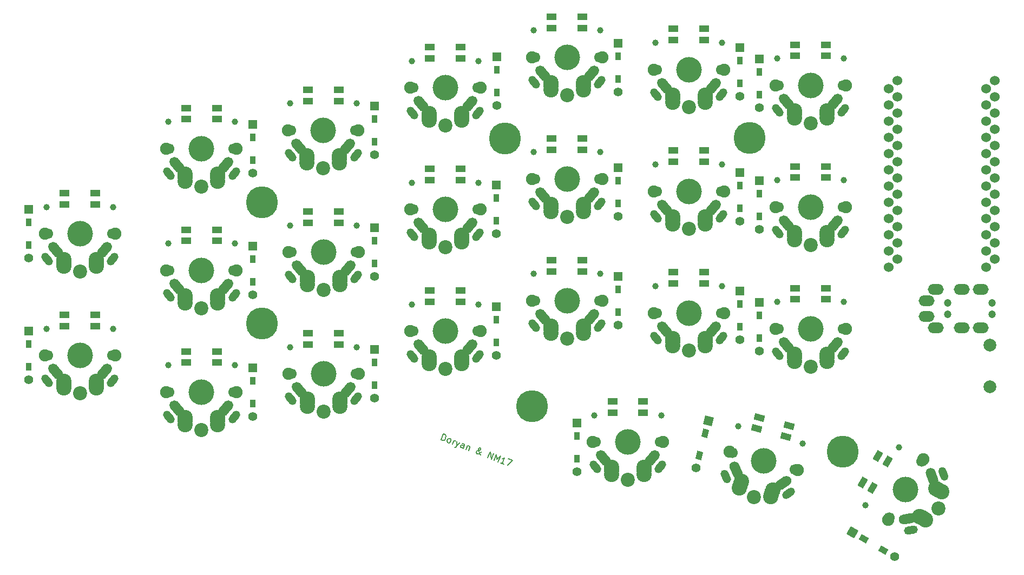
<source format=gts>
%TF.GenerationSoftware,KiCad,Pcbnew,(6.0.0)*%
%TF.CreationDate,2022-01-01T14:12:31+04:00*%
%TF.ProjectId,Angel Wings FINAL,416e6765-6c20-4576-996e-67732046494e,rev?*%
%TF.SameCoordinates,Original*%
%TF.FileFunction,Soldermask,Top*%
%TF.FilePolarity,Negative*%
%FSLAX46Y46*%
G04 Gerber Fmt 4.6, Leading zero omitted, Abs format (unit mm)*
G04 Created by KiCad (PCBNEW (6.0.0)) date 2022-01-01 14:12:31*
%MOMM*%
%LPD*%
G01*
G04 APERTURE LIST*
G04 Aperture macros list*
%AMHorizOval*
0 Thick line with rounded ends*
0 $1 width*
0 $2 $3 position (X,Y) of the first rounded end (center of the circle)*
0 $4 $5 position (X,Y) of the second rounded end (center of the circle)*
0 Add line between two ends*
20,1,$1,$2,$3,$4,$5,0*
0 Add two circle primitives to create the rounded ends*
1,1,$1,$2,$3*
1,1,$1,$4,$5*%
%AMRotRect*
0 Rectangle, with rotation*
0 The origin of the aperture is its center*
0 $1 length*
0 $2 width*
0 $3 Rotation angle, in degrees counterclockwise*
0 Add horizontal line*
21,1,$1,$2,0,0,$3*%
G04 Aperture macros list end*
%ADD10C,0.150000*%
%ADD11R,1.600000X1.000000*%
%ADD12R,0.950000X1.300000*%
%ADD13R,1.397000X1.397000*%
%ADD14C,1.397000*%
%ADD15RotRect,1.600000X1.000000X345.000000*%
%ADD16C,5.000000*%
%ADD17RotRect,1.397000X1.397000X330.000000*%
%ADD18RotRect,1.300000X0.950000X330.000000*%
%ADD19C,2.000000*%
%ADD20RotRect,1.600000X1.000000X60.000000*%
%ADD21RotRect,1.300000X0.950000X255.000000*%
%ADD22RotRect,1.397000X1.397000X255.000000*%
%ADD23C,1.524000*%
%ADD24C,1.200000*%
%ADD25O,2.500000X1.700000*%
%ADD26C,1.900000*%
%ADD27C,4.000000*%
%ADD28C,1.000000*%
%ADD29C,1.700000*%
%ADD30HorizOval,1.550000X0.401742X-0.478777X-0.401742X0.478777X0*%
%ADD31C,2.400000*%
%ADD32HorizOval,1.250000X0.305324X-0.363871X-0.305324X0.363871X0*%
%ADD33HorizOval,1.250000X0.305324X0.363871X-0.305324X-0.363871X0*%
%ADD34C,2.200000*%
%ADD35HorizOval,1.550000X0.401742X0.478777X-0.401742X-0.478777X0*%
%ADD36HorizOval,1.250000X-0.162460X0.446354X0.162460X-0.446354X0*%
%ADD37HorizOval,1.250000X0.467784X0.082483X-0.467784X-0.082483X0*%
%ADD38HorizOval,1.550000X0.615504X0.108530X-0.615504X-0.108530X0*%
%ADD39HorizOval,1.550000X-0.213762X0.587307X0.213762X-0.587307X0*%
%ADD40HorizOval,1.250000X0.389097X0.272449X-0.389097X-0.272449X0*%
%ADD41HorizOval,1.250000X0.200744X-0.430496X-0.200744X0.430496X0*%
%ADD42HorizOval,1.550000X0.264136X-0.566441X-0.264136X0.566441X0*%
%ADD43HorizOval,1.550000X0.511969X0.358485X-0.511969X-0.358485X0*%
G04 APERTURE END LIST*
D10*
X126470907Y-130255984D02*
X126829275Y-129322404D01*
X127051556Y-129407729D01*
X127167860Y-129503381D01*
X127222642Y-129626424D01*
X127232968Y-129732401D01*
X127209163Y-129927291D01*
X127157968Y-130060660D01*
X127045251Y-130221420D01*
X126966665Y-130293267D01*
X126843622Y-130348049D01*
X126693188Y-130341310D01*
X126470907Y-130255984D01*
X127537856Y-130665547D02*
X127466009Y-130586961D01*
X127438618Y-130525440D01*
X127428292Y-130419462D01*
X127530683Y-130152725D01*
X127609269Y-130080877D01*
X127670791Y-130053486D01*
X127776768Y-130043160D01*
X127910137Y-130094356D01*
X127981984Y-130172942D01*
X128009375Y-130234464D01*
X128019701Y-130340441D01*
X127917310Y-130607179D01*
X127838724Y-130679026D01*
X127777203Y-130706417D01*
X127671225Y-130716743D01*
X127537856Y-130665547D01*
X128249156Y-130938590D02*
X128488068Y-130316203D01*
X128419807Y-130494028D02*
X128498394Y-130422180D01*
X128559915Y-130394789D01*
X128665893Y-130384463D01*
X128754805Y-130418594D01*
X128977086Y-130503919D02*
X128960455Y-131211632D01*
X129421648Y-130674571D02*
X128960455Y-131211632D01*
X128786217Y-131399783D01*
X128724696Y-131427174D01*
X128618718Y-131437500D01*
X129938492Y-131587065D02*
X130126208Y-131098047D01*
X130115882Y-130992069D01*
X130044035Y-130913483D01*
X129866210Y-130845222D01*
X129760233Y-130855548D01*
X129955557Y-131542609D02*
X129849579Y-131552935D01*
X129627298Y-131467609D01*
X129555451Y-131389023D01*
X129545125Y-131283045D01*
X129579255Y-131194133D01*
X129657842Y-131122285D01*
X129763819Y-131111959D01*
X129986100Y-131197285D01*
X130092078Y-131186959D01*
X130621966Y-131135329D02*
X130383054Y-131757716D01*
X130587836Y-131224242D02*
X130649357Y-131196851D01*
X130755334Y-131186525D01*
X130888703Y-131237720D01*
X130960550Y-131316307D01*
X130970876Y-131422284D01*
X130783160Y-131911303D01*
X132694777Y-132645104D02*
X132650321Y-132628039D01*
X132578473Y-132549452D01*
X132496300Y-132364888D01*
X132376410Y-132012825D01*
X132338693Y-131845326D01*
X132345432Y-131694892D01*
X132379562Y-131605980D01*
X132458149Y-131534133D01*
X132564126Y-131523807D01*
X132608583Y-131540872D01*
X132680430Y-131619458D01*
X132690756Y-131725436D01*
X132673691Y-131769892D01*
X132595104Y-131841739D01*
X132533583Y-131869131D01*
X132198585Y-131944565D01*
X132137064Y-131971956D01*
X132058477Y-132043803D01*
X132007282Y-132177172D01*
X132017608Y-132283149D01*
X132044999Y-132344670D01*
X132116846Y-132423257D01*
X132250215Y-132474452D01*
X132356192Y-132464126D01*
X132417714Y-132436735D01*
X132619343Y-132310106D01*
X132714994Y-132193802D01*
X132749125Y-132104890D01*
X133806182Y-133071732D02*
X134164550Y-132138152D01*
X134339657Y-133276514D01*
X134698025Y-132342934D01*
X134784219Y-133447165D02*
X135142587Y-132513585D01*
X135197803Y-133299884D01*
X135764974Y-132752497D01*
X135406606Y-133686077D01*
X136340186Y-134044445D02*
X135806712Y-133839664D01*
X136073449Y-133942054D02*
X136431817Y-133008474D01*
X136291709Y-133107712D01*
X136168666Y-133162494D01*
X136062689Y-133172820D01*
X137009747Y-133230321D02*
X137632134Y-133469233D01*
X136873661Y-134249227D01*
D11*
%TO.C,L12*%
X143779999Y-65775001D03*
X143779999Y-64025001D03*
X148579999Y-64025001D03*
X148579999Y-65775001D03*
%TD*%
D12*
%TO.C,D10*%
X135130336Y-92430497D03*
D13*
X135130336Y-90395497D03*
D14*
X135130336Y-98015497D03*
D12*
X135130336Y-95980497D03*
%TD*%
D11*
%TO.C,L22*%
X181880001Y-108245000D03*
X181880001Y-106495000D03*
X186680001Y-106495000D03*
X186680001Y-108245000D03*
%TD*%
%TO.C,L18*%
X162829997Y-105774997D03*
X162829997Y-104024997D03*
X167629997Y-104024997D03*
X167629997Y-105774997D03*
%TD*%
D12*
%TO.C,D2*%
X62010330Y-115292499D03*
D13*
X62010330Y-113257499D03*
D12*
X62010330Y-118842499D03*
D14*
X62010330Y-120877499D03*
%TD*%
D11*
%TO.C,L9*%
X124725002Y-70534996D03*
X124725002Y-68784996D03*
X129525002Y-68784996D03*
X129525002Y-70534996D03*
%TD*%
D12*
%TO.C,D15*%
X147750342Y-129620503D03*
D13*
X147750342Y-127585503D03*
D12*
X147750342Y-133170503D03*
D14*
X147750342Y-135205503D03*
%TD*%
D11*
%TO.C,L6*%
X105680006Y-77204927D03*
X105680006Y-75454927D03*
X110480006Y-75454927D03*
X110480006Y-77204927D03*
%TD*%
D13*
%TO.C,D11*%
X135130336Y-109445496D03*
D12*
X135130336Y-111480496D03*
X135130336Y-115030496D03*
D14*
X135130336Y-117065496D03*
%TD*%
D15*
%TO.C,L19*%
X175822390Y-128462834D03*
X176275324Y-126772464D03*
X180911768Y-128014796D03*
X180458834Y-129705166D03*
%TD*%
D12*
%TO.C,D17*%
X173240331Y-90435335D03*
D13*
X173240331Y-88400335D03*
D12*
X173240331Y-93985335D03*
D14*
X173240331Y-96020335D03*
%TD*%
D12*
%TO.C,D5*%
X97010340Y-120994997D03*
D13*
X97010340Y-118959997D03*
D12*
X97010340Y-124544997D03*
D14*
X97010340Y-126579997D03*
%TD*%
D11*
%TO.C,L20*%
X181880003Y-70144998D03*
X181880003Y-68394998D03*
X186680003Y-68394998D03*
X186680003Y-70144998D03*
%TD*%
D13*
%TO.C,D1*%
X62000332Y-94210000D03*
D12*
X62000332Y-96245000D03*
D14*
X62000332Y-101830000D03*
D12*
X62000332Y-99795000D03*
%TD*%
D13*
%TO.C,D12*%
X154190339Y-68185499D03*
D12*
X154190339Y-70220499D03*
D14*
X154190339Y-75805499D03*
D12*
X154190339Y-73770499D03*
%TD*%
D11*
%TO.C,L5*%
X86630001Y-118164994D03*
X86630001Y-116414994D03*
X91430001Y-116414994D03*
X91430001Y-118164994D03*
%TD*%
D16*
%TO.C,*%
X136499999Y-83050000D03*
%TD*%
D13*
%TO.C,D7*%
X116090339Y-97069994D03*
D12*
X116090339Y-99104994D03*
D14*
X116090339Y-104689994D03*
D12*
X116090339Y-102654994D03*
%TD*%
D13*
%TO.C,D8*%
X116090333Y-116119994D03*
D12*
X116090333Y-118154994D03*
D14*
X116090333Y-123739994D03*
D12*
X116090333Y-121704994D03*
%TD*%
D16*
%TO.C,*%
X98470337Y-112065503D03*
%TD*%
D11*
%TO.C,L7*%
X105679997Y-96254997D03*
X105679997Y-94504997D03*
X110479997Y-94504997D03*
X110479997Y-96254997D03*
%TD*%
D13*
%TO.C,D20*%
X176290333Y-70620501D03*
D12*
X176290333Y-72655501D03*
X176290333Y-76205501D03*
D14*
X176290333Y-78240501D03*
%TD*%
D11*
%TO.C,L2*%
X67579998Y-112444995D03*
X67579998Y-110694995D03*
X72379998Y-110694995D03*
X72379998Y-112444995D03*
%TD*%
%TO.C,L4*%
X86630004Y-99114997D03*
X86630004Y-97364997D03*
X91430004Y-97364997D03*
X91430004Y-99114997D03*
%TD*%
D17*
%TO.C,D23*%
X190866689Y-144754719D03*
D18*
X192629051Y-145772219D03*
D14*
X197465803Y-148564719D03*
D18*
X195703441Y-147547219D03*
%TD*%
D11*
%TO.C,L8*%
X105679999Y-115304996D03*
X105679999Y-113554996D03*
X110479999Y-113554996D03*
X110479999Y-115304996D03*
%TD*%
D16*
%TO.C,*%
X174740336Y-82955502D03*
%TD*%
D11*
%TO.C,L15*%
X153300003Y-125964997D03*
X153300003Y-124214997D03*
X158100003Y-124214997D03*
X158100003Y-125964997D03*
%TD*%
D19*
%TO.C,RSW1*%
X212380338Y-115445501D03*
X212380338Y-121945503D03*
%TD*%
D12*
%TO.C,D3*%
X97020335Y-82900502D03*
D13*
X97020335Y-80865502D03*
D14*
X97020335Y-88485502D03*
D12*
X97020335Y-86450502D03*
%TD*%
D11*
%TO.C,L11*%
X124724996Y-108634997D03*
X124724996Y-106884997D03*
X129524996Y-106884997D03*
X129524996Y-108634997D03*
%TD*%
D16*
%TO.C,*%
X98470336Y-93105502D03*
%TD*%
D11*
%TO.C,L1*%
X67580003Y-93394999D03*
X67580003Y-91644999D03*
X72380003Y-91644999D03*
X72380003Y-93394999D03*
%TD*%
D20*
%TO.C,L23*%
X193944786Y-137787874D03*
X192429242Y-136912874D03*
X194829242Y-132755952D03*
X196344786Y-133630952D03*
%TD*%
D13*
%TO.C,D9*%
X135170339Y-70265502D03*
D12*
X135170339Y-72300502D03*
D14*
X135170339Y-77885502D03*
D12*
X135170339Y-75850502D03*
%TD*%
D16*
%TO.C,*%
X140750338Y-125005501D03*
%TD*%
D13*
%TO.C,D13*%
X154190334Y-87620499D03*
D12*
X154190334Y-89655499D03*
X154190334Y-93205499D03*
D14*
X154190334Y-95240499D03*
%TD*%
D11*
%TO.C,L10*%
X124725000Y-89584996D03*
X124725000Y-87834996D03*
X129525000Y-87834996D03*
X129525000Y-89584996D03*
%TD*%
D12*
%TO.C,D6*%
X116090334Y-80044996D03*
D13*
X116090334Y-78009996D03*
D12*
X116090334Y-83594996D03*
D14*
X116090334Y-85629996D03*
%TD*%
D11*
%TO.C,L14*%
X143780001Y-103874996D03*
X143780001Y-102124996D03*
X148580001Y-102124996D03*
X148580001Y-103874996D03*
%TD*%
D13*
%TO.C,D4*%
X97010340Y-99909994D03*
D12*
X97010340Y-101944994D03*
D14*
X97010340Y-107529994D03*
D12*
X97010340Y-105494994D03*
%TD*%
D11*
%TO.C,L21*%
X181879997Y-89194994D03*
X181879997Y-87444994D03*
X186679997Y-87444994D03*
X186679997Y-89194994D03*
%TD*%
D12*
%TO.C,D14*%
X154190334Y-106714995D03*
D13*
X154190334Y-104679995D03*
D12*
X154190334Y-110264995D03*
D14*
X154190334Y-112299995D03*
%TD*%
D12*
%TO.C,D21*%
X176290331Y-91705501D03*
D13*
X176290331Y-89670501D03*
D14*
X176290331Y-97290501D03*
D12*
X176290331Y-95255501D03*
%TD*%
D13*
%TO.C,D16*%
X173240335Y-68835499D03*
D12*
X173240335Y-70870499D03*
D14*
X173240335Y-76455499D03*
D12*
X173240335Y-74420499D03*
%TD*%
D16*
%TO.C,*%
X189280336Y-132125503D03*
%TD*%
D12*
%TO.C,D18*%
X173240338Y-108970499D03*
D13*
X173240338Y-106935499D03*
D12*
X173240338Y-112520499D03*
D14*
X173240338Y-114555499D03*
%TD*%
D11*
%TO.C,L17*%
X162829995Y-86724995D03*
X162829995Y-84974995D03*
X167629995Y-84974995D03*
X167629995Y-86724995D03*
%TD*%
%TO.C,L13*%
X143780005Y-84825001D03*
X143780005Y-83075001D03*
X148580005Y-83075001D03*
X148580005Y-84825001D03*
%TD*%
D21*
%TO.C,D19*%
X167798997Y-129265116D03*
D22*
X168325694Y-127299457D03*
D21*
X166880189Y-132694152D03*
D14*
X166353492Y-134659811D03*
%TD*%
D23*
%TO.C,U1*%
X196533230Y-75290587D03*
X213079631Y-74020587D03*
X213079631Y-76560587D03*
X196533230Y-77830587D03*
X213079631Y-79100587D03*
X196533230Y-80370587D03*
X196533230Y-82910587D03*
X213079631Y-81640587D03*
X213079631Y-84180587D03*
X196533230Y-85450587D03*
X213079631Y-86720587D03*
X196533230Y-87990587D03*
X196533230Y-90530587D03*
X213079631Y-89260587D03*
X213079631Y-91800587D03*
X196533230Y-93070587D03*
X196533230Y-95610587D03*
X213079631Y-94340587D03*
X213079631Y-96880587D03*
X196533230Y-98150587D03*
X213079631Y-99420587D03*
X196533230Y-100690587D03*
X196533230Y-103230587D03*
X213079631Y-101960587D03*
X211773230Y-103230587D03*
X197859631Y-101960587D03*
X211773230Y-100690587D03*
X197859631Y-99420587D03*
X197859631Y-96880587D03*
X211773230Y-98150587D03*
X211773230Y-95610587D03*
X197859631Y-94340587D03*
X197859631Y-91800587D03*
X211773230Y-93070587D03*
X197859631Y-89260587D03*
X211773230Y-90530587D03*
X197859631Y-86720587D03*
X211773230Y-87990587D03*
X211773230Y-85450587D03*
X197859631Y-84180587D03*
X197859631Y-81640587D03*
X211773230Y-82910587D03*
X211773230Y-80370587D03*
X197859631Y-79100587D03*
X197859631Y-76560587D03*
X211773230Y-77830587D03*
X211773230Y-75290587D03*
X197859631Y-74020587D03*
%TD*%
D24*
%TO.C,J1*%
X205710727Y-108830586D03*
X212710727Y-110580586D03*
X212710727Y-108830586D03*
X205710727Y-110580586D03*
D25*
X202410727Y-108480586D03*
X202410727Y-110930586D03*
X210910727Y-106730586D03*
X210910727Y-112680586D03*
X207910727Y-106730586D03*
X207910727Y-112680586D03*
X203910727Y-112680586D03*
X203910727Y-106730586D03*
%TD*%
D11*
%TO.C,L16*%
X162829999Y-67674996D03*
X162829999Y-65924996D03*
X167629999Y-65924996D03*
X167629999Y-67674996D03*
%TD*%
D13*
%TO.C,D22*%
X176290330Y-108720505D03*
D12*
X176290330Y-110755505D03*
D14*
X176290330Y-116340505D03*
D12*
X176290330Y-114305505D03*
%TD*%
D11*
%TO.C,L3*%
X86629997Y-80064995D03*
X86629997Y-78314995D03*
X91429997Y-78314995D03*
X91429997Y-80064995D03*
%TD*%
D26*
%TO.C,SW22*%
X189779999Y-112869996D03*
D27*
X184280000Y-112869996D03*
D28*
X189500000Y-108669997D03*
X179060000Y-108669997D03*
D29*
X179200000Y-112869996D03*
X189360000Y-112869996D03*
D26*
X178780001Y-112869996D03*
D30*
X180470000Y-115409996D03*
D31*
X181740000Y-117369997D03*
X181740000Y-117949996D03*
D32*
X179180000Y-116769996D03*
D31*
X181740000Y-116869996D03*
D33*
X189380000Y-116769996D03*
D31*
X186820000Y-116869996D03*
D34*
X184280000Y-118769997D03*
D35*
X188090000Y-115409996D03*
D31*
X186820000Y-117949996D03*
X186820000Y-117369997D03*
%TD*%
D28*
%TO.C,SW9*%
X132350001Y-70959999D03*
X121910001Y-70959999D03*
D27*
X127130001Y-75159998D03*
D26*
X121630002Y-75159998D03*
D29*
X132210001Y-75159998D03*
D26*
X132630000Y-75159998D03*
D29*
X122050001Y-75159998D03*
D32*
X122030001Y-79059998D03*
D31*
X124590001Y-80239998D03*
X124590001Y-79659999D03*
D30*
X123320001Y-77699998D03*
D33*
X132230001Y-79059998D03*
D31*
X124590001Y-79159998D03*
D34*
X127130001Y-81059999D03*
D31*
X129670001Y-79159998D03*
X129670001Y-80239998D03*
D35*
X130940001Y-77699998D03*
D31*
X129670001Y-79659999D03*
%TD*%
D29*
%TO.C,SW8*%
X113159995Y-119929997D03*
D27*
X108079995Y-119929997D03*
D26*
X113579994Y-119929997D03*
D29*
X102999995Y-119929997D03*
D26*
X102579996Y-119929997D03*
D28*
X113299995Y-115729998D03*
X102859995Y-115729998D03*
D31*
X105539995Y-123929997D03*
X105539995Y-124429998D03*
X105539995Y-125009997D03*
D32*
X102979995Y-123829997D03*
D30*
X104269995Y-122469997D03*
D33*
X113179995Y-123829997D03*
D31*
X110619995Y-123929997D03*
X110619995Y-124429998D03*
D35*
X111889995Y-122469997D03*
D34*
X108079995Y-125829998D03*
D31*
X110619995Y-125009997D03*
%TD*%
D26*
%TO.C,SW15*%
X161199999Y-130589995D03*
D28*
X160920000Y-126389996D03*
X150480000Y-126389996D03*
D27*
X155700000Y-130589995D03*
D29*
X160780000Y-130589995D03*
X150620000Y-130589995D03*
D26*
X150200001Y-130589995D03*
D32*
X150600000Y-134489995D03*
D33*
X160800000Y-134489995D03*
D31*
X153160000Y-134589995D03*
X153160000Y-135089996D03*
D30*
X151890000Y-133129995D03*
D31*
X153160000Y-135669995D03*
D34*
X155700000Y-136489996D03*
D31*
X158240000Y-135089996D03*
X158240000Y-135669995D03*
X158240000Y-134589995D03*
D35*
X159510000Y-133129995D03*
%TD*%
D26*
%TO.C,SW13*%
X140680001Y-89439999D03*
D28*
X151400000Y-85240000D03*
D26*
X151679999Y-89439999D03*
D29*
X151260000Y-89439999D03*
X141100000Y-89439999D03*
D27*
X146180000Y-89439999D03*
D28*
X140960000Y-85240000D03*
D31*
X143640000Y-94519999D03*
X143640000Y-93940000D03*
D30*
X142370000Y-91979999D03*
D32*
X141080000Y-93339999D03*
D33*
X151280000Y-93339999D03*
D31*
X143640000Y-93439999D03*
X148720000Y-93940000D03*
X148720000Y-94519999D03*
D35*
X149990000Y-91979999D03*
D31*
X148720000Y-93439999D03*
D34*
X146180000Y-95340000D03*
%TD*%
D28*
%TO.C,SW17*%
X160009997Y-87149997D03*
D29*
X160149997Y-91349996D03*
D26*
X159729998Y-91349996D03*
D29*
X170309997Y-91349996D03*
D27*
X165229997Y-91349996D03*
D28*
X170449997Y-87149997D03*
D26*
X170729996Y-91349996D03*
D30*
X161419997Y-93889996D03*
D31*
X162689997Y-96429996D03*
X162689997Y-95849997D03*
D33*
X170329997Y-95249996D03*
D31*
X162689997Y-95349996D03*
D32*
X160129997Y-95249996D03*
D31*
X167769997Y-95849997D03*
D35*
X169039997Y-93889996D03*
D34*
X165229997Y-97249997D03*
D31*
X167769997Y-96429996D03*
X167769997Y-95349996D03*
%TD*%
D29*
%TO.C,SW12*%
X141100002Y-70390000D03*
X151260002Y-70390000D03*
D27*
X146180002Y-70390000D03*
D28*
X140960002Y-66190001D03*
D26*
X140680003Y-70390000D03*
D28*
X151400002Y-66190001D03*
D26*
X151680001Y-70390000D03*
D31*
X143640002Y-74390000D03*
D33*
X151280002Y-74290000D03*
D32*
X141080002Y-74290000D03*
D30*
X142370002Y-72930000D03*
D31*
X143640002Y-75470000D03*
X143640002Y-74890001D03*
D34*
X146180002Y-76290001D03*
D31*
X148720002Y-75470000D03*
X148720002Y-74390000D03*
X148720002Y-74890001D03*
D35*
X149990002Y-72930000D03*
%TD*%
D26*
%TO.C,SW20*%
X178779998Y-74769996D03*
X189779996Y-74769996D03*
D29*
X189359997Y-74769996D03*
X179199997Y-74769996D03*
D28*
X179059997Y-70569997D03*
D27*
X184279997Y-74769996D03*
D28*
X189499997Y-70569997D03*
D31*
X181739997Y-78769996D03*
X181739997Y-79269997D03*
D30*
X180469997Y-77309996D03*
D33*
X189379997Y-78669996D03*
D32*
X179179997Y-78669996D03*
D31*
X181739997Y-79849996D03*
X186819997Y-79849996D03*
X186819997Y-79269997D03*
X186819997Y-78769996D03*
D35*
X188089997Y-77309996D03*
D34*
X184279997Y-80669997D03*
%TD*%
D28*
%TO.C,SW14*%
X151400000Y-104290001D03*
D26*
X140680001Y-108490000D03*
D29*
X151260000Y-108490000D03*
D26*
X151679999Y-108490000D03*
D28*
X140960000Y-104290001D03*
D27*
X146180000Y-108490000D03*
D29*
X141100000Y-108490000D03*
D31*
X143640000Y-112990001D03*
D30*
X142370000Y-111030000D03*
D33*
X151280000Y-112390000D03*
D31*
X143640000Y-112490000D03*
X143640000Y-113570000D03*
D32*
X141080000Y-112390000D03*
D31*
X148720000Y-113570000D03*
D35*
X149990000Y-111030000D03*
D34*
X146180000Y-114390001D03*
D31*
X148720000Y-112990001D03*
X148720000Y-112490000D03*
%TD*%
D29*
%TO.C,SW3*%
X83939997Y-84679994D03*
D26*
X83519998Y-84679994D03*
D28*
X83799997Y-80479995D03*
D27*
X89019997Y-84679994D03*
D28*
X94239997Y-80479995D03*
D29*
X94099997Y-84679994D03*
D26*
X94519996Y-84679994D03*
D32*
X83919997Y-88579994D03*
D31*
X86479997Y-88679994D03*
X86479997Y-89179995D03*
D30*
X85209997Y-87219994D03*
D31*
X86479997Y-89759994D03*
D33*
X94119997Y-88579994D03*
D31*
X91559997Y-89759994D03*
D35*
X92829997Y-87219994D03*
D31*
X91559997Y-88679994D03*
D34*
X89019997Y-90579995D03*
D31*
X91559997Y-89179995D03*
%TD*%
D28*
%TO.C,SW21*%
X189499999Y-89630002D03*
D26*
X189779998Y-93830001D03*
D29*
X189359999Y-93830001D03*
D26*
X178780000Y-93830001D03*
D27*
X184279999Y-93830001D03*
D28*
X179059999Y-89630002D03*
D29*
X179199999Y-93830001D03*
D31*
X181739999Y-98910001D03*
D32*
X179179999Y-97730001D03*
D31*
X181739999Y-98330002D03*
D33*
X189379999Y-97730001D03*
D31*
X181739999Y-97830001D03*
D30*
X180469999Y-96370001D03*
D35*
X188089999Y-96370001D03*
D31*
X186819999Y-97830001D03*
X186819999Y-98330002D03*
X186819999Y-98910001D03*
D34*
X184279999Y-99730002D03*
%TD*%
D28*
%TO.C,SW1*%
X64759994Y-93820001D03*
D29*
X75059994Y-98020000D03*
D27*
X69979994Y-98020000D03*
D26*
X75479993Y-98020000D03*
D29*
X64899994Y-98020000D03*
D26*
X64479995Y-98020000D03*
D28*
X75199994Y-93820001D03*
D31*
X67439994Y-102520001D03*
D33*
X75079994Y-101920000D03*
D32*
X64879994Y-101920000D03*
D30*
X66169994Y-100560000D03*
D31*
X67439994Y-102020000D03*
X67439994Y-103100000D03*
X72519994Y-102520001D03*
D35*
X73789994Y-100560000D03*
D31*
X72519994Y-103100000D03*
X72519994Y-102020000D03*
D34*
X69979994Y-103920001D03*
%TD*%
D26*
%TO.C,SW18*%
X170729994Y-110399998D03*
D28*
X160009995Y-106199999D03*
D27*
X165229995Y-110399998D03*
D28*
X170449995Y-106199999D03*
D29*
X170309995Y-110399998D03*
D26*
X159729996Y-110399998D03*
D29*
X160149995Y-110399998D03*
D32*
X160129995Y-114299998D03*
D31*
X162689995Y-115479998D03*
X162689995Y-114899999D03*
D33*
X170329995Y-114299998D03*
D31*
X162689995Y-114399998D03*
D30*
X161419995Y-112939998D03*
D35*
X169039995Y-112939998D03*
D34*
X165229995Y-116299999D03*
D31*
X167769995Y-115479998D03*
X167769995Y-114399998D03*
X167769995Y-114899999D03*
%TD*%
D27*
%TO.C,SW2*%
X69979995Y-117069998D03*
D28*
X64759995Y-112869999D03*
D29*
X75059995Y-117069998D03*
X64899995Y-117069998D03*
D28*
X75199995Y-112869999D03*
D26*
X75479994Y-117069998D03*
X64479996Y-117069998D03*
D31*
X67439995Y-121069998D03*
D32*
X64879995Y-120969998D03*
D31*
X67439995Y-122149998D03*
D33*
X75079995Y-120969998D03*
D30*
X66169995Y-119609998D03*
D31*
X67439995Y-121569999D03*
X72519995Y-121569999D03*
X72519995Y-121069998D03*
X72519995Y-122149998D03*
D35*
X73789995Y-119609998D03*
D34*
X69979995Y-122969999D03*
%TD*%
D29*
%TO.C,SW6*%
X113150000Y-81819996D03*
D27*
X108070000Y-81819996D03*
D26*
X113569999Y-81819996D03*
X102570001Y-81819996D03*
D28*
X113290000Y-77619997D03*
X102850000Y-77619997D03*
D29*
X102990000Y-81819996D03*
D31*
X105530000Y-86899996D03*
X105530000Y-85819996D03*
D32*
X102970000Y-85719996D03*
D33*
X113170000Y-85719996D03*
D30*
X104260000Y-84359996D03*
D31*
X105530000Y-86319997D03*
D35*
X111880000Y-84359996D03*
D31*
X110610000Y-86899996D03*
X110610000Y-85819996D03*
D34*
X108070000Y-87719997D03*
D31*
X110610000Y-86319997D03*
%TD*%
D27*
%TO.C,SW10*%
X127130000Y-94209999D03*
D26*
X121630001Y-94209999D03*
D29*
X122050000Y-94209999D03*
X132210000Y-94209999D03*
D28*
X121910000Y-90010000D03*
D26*
X132629999Y-94209999D03*
D28*
X132350000Y-90010000D03*
D32*
X122030000Y-98109999D03*
D33*
X132230000Y-98109999D03*
D31*
X124590000Y-98209999D03*
D30*
X123320000Y-96749999D03*
D31*
X124590000Y-99289999D03*
X124590000Y-98710000D03*
X129670000Y-98710000D03*
D35*
X130940000Y-96749999D03*
D34*
X127130000Y-100110000D03*
D31*
X129670000Y-99289999D03*
X129670000Y-98209999D03*
%TD*%
D27*
%TO.C,SW23*%
X199152501Y-138023267D03*
D29*
X196612501Y-142422676D03*
D26*
X196402501Y-142786406D03*
X201902501Y-133260128D03*
D28*
X192905195Y-140443920D03*
X198125195Y-131402615D03*
D29*
X201692501Y-133623858D03*
D36*
X205080000Y-135556537D03*
D31*
X202281910Y-142762972D03*
X201346603Y-142222972D03*
D37*
X199980000Y-144389997D03*
D31*
X201779616Y-142472972D03*
D38*
X199447206Y-142592824D03*
D31*
X203886603Y-137823562D03*
D34*
X204262052Y-140973268D03*
D31*
X204319616Y-138073563D03*
X204821910Y-138363562D03*
D39*
X203257206Y-135993710D03*
%TD*%
D26*
%TO.C,SW5*%
X83519996Y-122779997D03*
D28*
X94239995Y-118579998D03*
D29*
X94099995Y-122779997D03*
D27*
X89019995Y-122779997D03*
D29*
X83939995Y-122779997D03*
D26*
X94519994Y-122779997D03*
D28*
X83799995Y-118579998D03*
D31*
X86479995Y-127859997D03*
D32*
X83919995Y-126679997D03*
D31*
X86479995Y-126779997D03*
X86479995Y-127279998D03*
D30*
X85209995Y-125319997D03*
D33*
X94119995Y-126679997D03*
D34*
X89019995Y-128679998D03*
D35*
X92829995Y-125319997D03*
D31*
X91559995Y-127859997D03*
X91559995Y-127279998D03*
X91559995Y-126779997D03*
%TD*%
D28*
%TO.C,SW11*%
X121909997Y-109059997D03*
D29*
X132209997Y-113259996D03*
D26*
X132629996Y-113259996D03*
X121629998Y-113259996D03*
D27*
X127129997Y-113259996D03*
D29*
X122049997Y-113259996D03*
D28*
X132349997Y-109059997D03*
D31*
X124589997Y-118339996D03*
X124589997Y-117759997D03*
D33*
X132229997Y-117159996D03*
D30*
X123319997Y-115799996D03*
D32*
X122029997Y-117159996D03*
D31*
X124589997Y-117259996D03*
X129669997Y-117259996D03*
X129669997Y-118339996D03*
X129669997Y-117759997D03*
D35*
X130939997Y-115799996D03*
D34*
X127129997Y-119159997D03*
%TD*%
D29*
%TO.C,SW16*%
X170309997Y-72299998D03*
D28*
X160009997Y-68099999D03*
X170449997Y-68099999D03*
D27*
X165229997Y-72299998D03*
D26*
X170729996Y-72299998D03*
X159729998Y-72299998D03*
D29*
X160149997Y-72299998D03*
D32*
X160129997Y-76199998D03*
D30*
X161419997Y-74839998D03*
D31*
X162689997Y-76799999D03*
X162689997Y-76299998D03*
X162689997Y-77379998D03*
D33*
X170329997Y-76199998D03*
D31*
X167769997Y-76799999D03*
X167769997Y-77379998D03*
D35*
X169039997Y-74839998D03*
D34*
X165229997Y-78199999D03*
D31*
X167769997Y-76299998D03*
%TD*%
D29*
%TO.C,SW7*%
X103000002Y-100879998D03*
D26*
X113580001Y-100879998D03*
D29*
X113160002Y-100879998D03*
D28*
X113300002Y-96679999D03*
D27*
X108080002Y-100879998D03*
D28*
X102860002Y-96679999D03*
D26*
X102580003Y-100879998D03*
D31*
X105540002Y-105379999D03*
X105540002Y-104879998D03*
X105540002Y-105959998D03*
D30*
X104270002Y-103419998D03*
D32*
X102980002Y-104779998D03*
D33*
X113180002Y-104779998D03*
D31*
X110620002Y-105379999D03*
X110620002Y-105959998D03*
D34*
X108080002Y-106779999D03*
D35*
X111890002Y-103419998D03*
D31*
X110620002Y-104879998D03*
%TD*%
D27*
%TO.C,SW4*%
X89020003Y-103729994D03*
D26*
X94520002Y-103729994D03*
X83520004Y-103729994D03*
D28*
X83800003Y-99529995D03*
X94240003Y-99529995D03*
D29*
X83940003Y-103729994D03*
X94100003Y-103729994D03*
D31*
X86480003Y-108809994D03*
X86480003Y-108229995D03*
X86480003Y-107729994D03*
D32*
X83920003Y-107629994D03*
D33*
X94120003Y-107629994D03*
D30*
X85210003Y-106269994D03*
D35*
X92830003Y-106269994D03*
D31*
X91560003Y-107729994D03*
X91560003Y-108809994D03*
X91560003Y-108229995D03*
D34*
X89020003Y-109629995D03*
%TD*%
D27*
%TO.C,SW19*%
X176943173Y-133552911D03*
D28*
X183072346Y-130847059D03*
D26*
X171630582Y-132129407D03*
D29*
X172036270Y-132238110D03*
X181850076Y-134867712D03*
D26*
X182255764Y-134976415D03*
D28*
X172988080Y-128144988D03*
D40*
X180860000Y-138639999D03*
D31*
X173325035Y-137242178D03*
X173174921Y-137802414D03*
D41*
X171007557Y-136000045D03*
D31*
X173454445Y-136759214D03*
D42*
X172605595Y-135020262D03*
D31*
X178081824Y-139117215D03*
D34*
X175416140Y-139251874D03*
D31*
X178361348Y-138074015D03*
D43*
X179965950Y-136992463D03*
D31*
X178231939Y-138556979D03*
%TD*%
M02*

</source>
